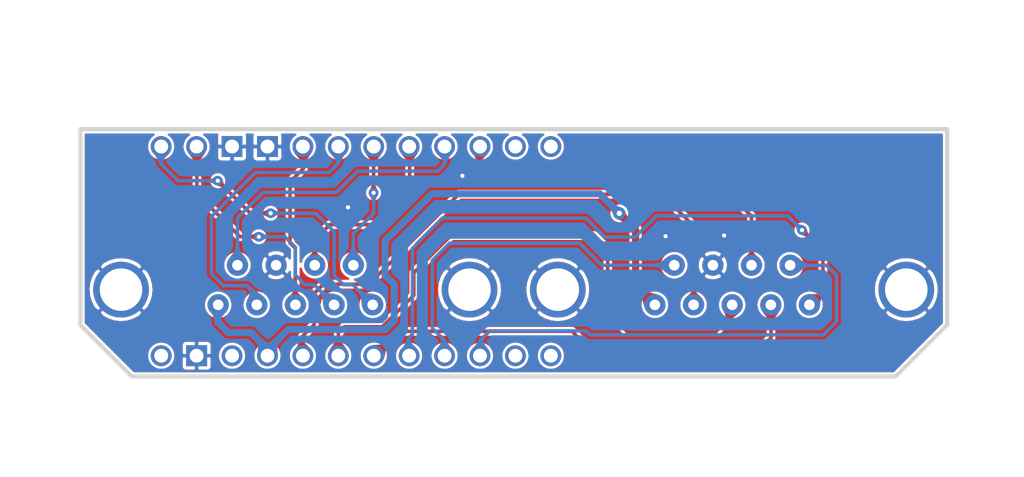
<source format=kicad_pcb>
(kicad_pcb (version 20171130) (host pcbnew "(5.1.10-1-10_14)")
  (title_block (rev 1))
  (layers (0 Front signal) (31 Back signal) (34 B.Paste user) (35 F.Paste user) (36 B.SilkS user) (37 F.SilkS user) (38 B.Mask user) (39 F.Mask user) (44 Edge.Cuts user))
  (net 0 "")
  (net 1 +5V)
  (net 2 GND)
  (net 3 /P1-9)
  (net 4 /P1-7)
  (net 5 /P1-6)
  (net 6 /P1-4)
  (net 7 /P1-3)
  (net 8 /P1-2)
  (net 9 /P1-1)
  (net 10 /P2-9)
  (net 11 /P2-7)
  (net 12 /P2-6)
  (net 13 /P2-4)
  (net 14 /P2-3)
  (net 15 /P2-2)
  (net 16 /P2-1)
  (module DaemonBite_MD2:PCB_Outline (layer Front) (at 135.71 97.2)
    (fp_text reference G*** hide)
    (fp_text value LOGO hide)
  )
  (module DaemonBite_MD2:RD_logo (layer Back) (at 161.62 93.55 180)
    (fp_text reference G*** hide)
    (fp_text value LOGO hide)
  )
  (module DaemonBite_MD2:DR9_Male_PCB (layer Front) (at 156.915 101.26 180)
    (fp_text reference P1)
    (fp_text value DR9)
    (pad SH2 thru_hole circle (at 18.035 1.42 180) (size 4 4) (drill 3.05) (layers *.Cu *.Mask) (net 2 GND))
    (pad SH1 thru_hole circle (at -6.955 1.42 180) (size 4 4) (drill 3.05) (layers *.Cu *.Mask) (net 2 GND))
    (pad 9 thru_hole circle (at 9.685 3.17 180) (size 1.524 1.524) (drill 0.762) (layers *.Cu *.Mask) (net 3 /P1-9))
    (pad 8 thru_hole circle (at 6.915 3.17 180) (size 1.524 1.524) (drill 0.762) (layers *.Cu *.Mask) (net 2 GND))
    (pad 7 thru_hole circle (at 4.145 3.17 180) (size 1.524 1.524) (drill 0.762) (layers *.Cu *.Mask) (net 4 /P1-7))
    (pad 6 thru_hole circle (at 1.375 3.17 180) (size 1.524 1.524) (drill 0.762) (layers *.Cu *.Mask) (net 5 /P1-6))
    (pad 5 thru_hole circle (at 11.07 0.33 180) (size 1.524 1.524) (drill 0.762) (layers *.Cu *.Mask) (net 1 +5V))
    (pad 4 thru_hole circle (at 8.3 0.33 180) (size 1.524 1.524) (drill 0.762) (layers *.Cu *.Mask) (net 6 /P1-4))
    (pad 3 thru_hole circle (at 5.53 0.33 180) (size 1.524 1.524) (drill 0.762) (layers *.Cu *.Mask) (net 7 /P1-3))
    (pad 2 thru_hole circle (at 2.76 0.33 180) (size 1.524 1.524) (drill 0.762) (layers *.Cu *.Mask) (net 8 /P1-2))
    (pad 1 thru_hole circle (at -0.01 0.33 180) (size 1.524 1.524) (drill 0.762) (layers *.Cu *.Mask) (net 9 /P1-1))
  )
  (module DaemonBite_MD2:DR9_Male_PCB (layer Front) (at 125.595 101.26 180)
    (fp_text reference P2)
    (fp_text value DR9)
    (pad SH2 thru_hole circle (at 18.035 1.42 180) (size 4 4) (drill 3.05) (layers *.Cu *.Mask) (net 2 GND))
    (pad SH1 thru_hole circle (at -6.955 1.42 180) (size 4 4) (drill 3.05) (layers *.Cu *.Mask) (net 2 GND))
    (pad 9 thru_hole circle (at 9.685 3.17 180) (size 1.524 1.524) (drill 0.762) (layers *.Cu *.Mask) (net 10 /P2-9))
    (pad 8 thru_hole circle (at 6.915 3.17 180) (size 1.524 1.524) (drill 0.762) (layers *.Cu *.Mask) (net 2 GND))
    (pad 7 thru_hole circle (at 4.145 3.17 180) (size 1.524 1.524) (drill 0.762) (layers *.Cu *.Mask) (net 11 /P2-7))
    (pad 6 thru_hole circle (at 1.375 3.17 180) (size 1.524 1.524) (drill 0.762) (layers *.Cu *.Mask) (net 12 /P2-6))
    (pad 5 thru_hole circle (at 11.07 0.33 180) (size 1.524 1.524) (drill 0.762) (layers *.Cu *.Mask) (net 1 +5V))
    (pad 4 thru_hole circle (at 8.3 0.33 180) (size 1.524 1.524) (drill 0.762) (layers *.Cu *.Mask) (net 13 /P2-4))
    (pad 3 thru_hole circle (at 5.53 0.33 180) (size 1.524 1.524) (drill 0.762) (layers *.Cu *.Mask) (net 14 /P2-3))
    (pad 2 thru_hole circle (at 2.76 0.33 180) (size 1.524 1.524) (drill 0.762) (layers *.Cu *.Mask) (net 15 /P2-2))
    (pad 1 thru_hole circle (at -0.01 0.33 180) (size 1.524 1.524) (drill 0.762) (layers *.Cu *.Mask) (net 16 /P2-1))
  )
  (module DaemonBite_MD2:Pro_Micro (layer Back) (at 135.7 97.08)
    (fp_text reference U1)
    (fp_text value Pro_Micro)
    (pad 9 thru_hole circle (at 2.68 -7.5) (size 1.5 1.5) (drill 1) (layers *.Cu *.Mask))
    (pad 8 thru_hole circle (at 0.14 -7.5) (size 1.5 1.5) (drill 1) (layers *.Cu *.Mask))
    (pad 7 thru_hole circle (at -2.4 -7.5) (size 1.5 1.5) (drill 1) (layers *.Cu *.Mask) (net 4 /P1-7))
    (pad 6 thru_hole circle (at -4.94 -7.5) (size 1.5 1.5) (drill 1) (layers *.Cu *.Mask) (net 10 /P2-9))
    (pad 5 thru_hole circle (at -7.48 -7.5) (size 1.5 1.5) (drill 1) (layers *.Cu *.Mask) (net 11 /P2-7))
    (pad 4 thru_hole circle (at -10.02 -7.5) (size 1.5 1.5) (drill 1) (layers *.Cu *.Mask) (net 12 /P2-6))
    (pad 3 thru_hole circle (at -12.56 -7.5) (size 1.5 1.5) (drill 1) (layers *.Cu *.Mask) (net 13 /P2-4))
    (pad 2 thru_hole circle (at -15.1 -7.5) (size 1.5 1.5) (drill 1) (layers *.Cu *.Mask) (net 14 /P2-3))
    (pad GND thru_hole rect (at -17.64 -7.5) (size 1.5 1.5) (drill 1) (layers *.Cu *.Mask) (net 2 GND))
    (pad GND thru_hole rect (at -20.18 -7.5) (size 1.5 1.5) (drill 1) (layers *.Cu *.Mask) (net 2 GND))
    (pad RX1 thru_hole circle (at -22.72 -7.5) (size 1.5 1.5) (drill 1) (layers *.Cu *.Mask) (net 15 /P2-2))
    (pad TX0 thru_hole circle (at -25.26 -7.5) (size 1.5 1.5) (drill 1) (layers *.Cu *.Mask) (net 16 /P2-1))
    (pad 10 thru_hole circle (at 2.68 7.5) (size 1.5 1.5) (drill 1) (layers *.Cu *.Mask))
    (pad 16 thru_hole circle (at 0.14 7.5) (size 1.5 1.5) (drill 1) (layers *.Cu *.Mask))
    (pad 14 thru_hole circle (at -2.4 7.5) (size 1.5 1.5) (drill 1) (layers *.Cu *.Mask) (net 5 /P1-6))
    (pad 15 thru_hole circle (at -4.94 7.5) (size 1.5 1.5) (drill 1) (layers *.Cu *.Mask) (net 3 /P1-9))
    (pad A0 thru_hole circle (at -7.48 7.5) (size 1.5 1.5) (drill 1) (layers *.Cu *.Mask) (net 9 /P1-1))
    (pad A1 thru_hole circle (at -10.02 7.5) (size 1.5 1.5) (drill 1) (layers *.Cu *.Mask) (net 8 /P1-2))
    (pad A2 thru_hole circle (at -12.56 7.5) (size 1.5 1.5) (drill 1) (layers *.Cu *.Mask) (net 7 /P1-3))
    (pad A3 thru_hole circle (at -15.1 7.5) (size 1.5 1.5) (drill 1) (layers *.Cu *.Mask) (net 6 /P1-4))
    (pad VCC thru_hole circle (at -17.64 7.5) (size 1.5 1.5) (drill 1) (layers *.Cu *.Mask) (net 1 +5V))
    (pad RST thru_hole circle (at -20.18 7.5) (size 1.5 1.5) (drill 1) (layers *.Cu *.Mask))
    (pad GND thru_hole rect (at -22.72 7.5) (size 1.5 1.5) (drill 1) (layers *.Cu *.Mask) (net 2 GND))
    (pad RAW thru_hole circle (at -25.26 7.5) (size 1.5 1.5) (drill 1) (layers *.Cu *.Mask))
  )
  (gr_line (start 104.65 102.38) (end 104.65 88.33) (layer Edge.Cuts) (width 0.3))
  (gr_line (start 108.34 106.07) (end 104.65 102.38) (layer Edge.Cuts) (width 0.3))
  (gr_line (start 163.11 106.07) (end 108.34 106.07) (layer Edge.Cuts) (width 0.3))
  (gr_line (start 166.8 102.38) (end 163.11 106.07) (layer Edge.Cuts) (width 0.3))
  (gr_line (start 166.8 88.33) (end 166.8 102.38) (layer Edge.Cuts) (width 0.3))
  (gr_line (start 104.65 88.33) (end 166.8 88.33) (layer Edge.Cuts) (width 0.3))
  (segment (start 114.5 102.17) (end 114.5 101.25) (width 0.508) (layer Back) (net 1))
  (segment (start 115.25 102.92) (end 114.5 102.17) (width 0.508) (layer Back) (net 1))
  (segment (start 116.88 102.92) (end 115.25 102.92) (width 0.508) (layer Back) (net 1))
  (segment (start 118.1 104.14) (end 116.88 102.92) (width 0.508) (layer Back) (net 1))
  (segment (start 118.1 104.97) (end 118.1 104.14) (width 0.508) (layer Back) (net 1))
  (via (at 143.289998 94.37) (size 0.889) (drill 0.381) (layers Front Back) (net 1))
  (segment (start 143.29 94.37) (end 143.289998 94.37) (width 0.508) (layer Front) (net 1))
  (segment (start 144.46 99.55) (end 144.46 95.54) (width 0.508) (layer Front) (net 1))
  (segment (start 144.46 95.54) (end 143.29 94.37) (width 0.508) (layer Front) (net 1))
  (segment (start 145.84 100.93) (end 144.46 99.55) (width 0.508) (layer Front) (net 1))
  (segment (start 141.889998 92.97) (end 143.289998 94.37) (width 0.508) (layer Back) (net 1))
  (segment (start 129.85 92.97) (end 141.889998 92.97) (width 0.508) (layer Back) (net 1))
  (segment (start 126.49 98.8) (end 126.49 96.33) (width 0.508) (layer Back) (net 1))
  (segment (start 127.15 99.46) (end 126.49 98.8) (width 0.508) (layer Back) (net 1))
  (segment (start 127.15 102.05) (end 127.15 99.46) (width 0.508) (layer Back) (net 1))
  (segment (start 126.49 96.33) (end 129.85 92.97) (width 0.508) (layer Back) (net 1))
  (segment (start 119.55 102.69) (end 126.51 102.69) (width 0.508) (layer Back) (net 1))
  (segment (start 126.51 102.69) (end 127.15 102.05) (width 0.508) (layer Back) (net 1))
  (segment (start 118.1 104.14) (end 119.55 102.69) (width 0.508) (layer Back) (net 1))
  (via (at 150.81 95.96) (size 0.7) (drill 0.3) (layers Front Back) (net 2))
  (via (at 146.61 96.01) (size 0.7) (drill 0.3) (layers Front Back) (net 2))
  (via (at 132.04 91.68) (size 0.7) (drill 0.3) (layers Front Back) (net 2))
  (via (at 123.83 93.94) (size 0.7) (drill 0.3) (layers Front Back) (net 2))
  (segment (start 140.45 96.51) (end 142.03 98.09) (width 0.25) (layer Back) (net 3))
  (segment (start 131.12 96.51) (end 140.45 96.51) (width 0.25) (layer Back) (net 3))
  (segment (start 130.76 104.58) (end 130.76 103.48) (width 0.25) (layer Back) (net 3))
  (segment (start 129.88 97.75) (end 131.12 96.51) (width 0.25) (layer Back) (net 3))
  (segment (start 142.03 98.09) (end 147.24 98.09) (width 0.25) (layer Back) (net 3))
  (segment (start 130.76 103.48) (end 129.88 102.6) (width 0.25) (layer Back) (net 3))
  (segment (start 129.88 102.6) (end 129.88 97.75) (width 0.25) (layer Back) (net 3))
  (segment (start 149.57 91.37) (end 152.77 94.57) (width 0.25) (layer Front) (net 4))
  (segment (start 133.8 91.37) (end 149.57 91.37) (width 0.25) (layer Front) (net 4))
  (segment (start 152.77 98.44) (end 152.76 98.45) (width 0.25) (layer Front) (net 4))
  (segment (start 152.77 94.57) (end 152.77 98.44) (width 0.25) (layer Front) (net 4))
  (segment (start 133.32 90.89) (end 133.8 91.37) (width 0.25) (layer Front) (net 4))
  (segment (start 133.32 89.61) (end 133.32 90.89) (width 0.25) (layer Front) (net 4))
  (segment (start 133.33 89.6) (end 133.32 89.61) (width 0.25) (layer Front) (net 4))
  (segment (start 158.87 98.82) (end 158.15 98.1) (width 0.25) (layer Back) (net 5))
  (segment (start 158.15 98.1) (end 155.53 98.1) (width 0.25) (layer Back) (net 5))
  (segment (start 158.87 102.13) (end 158.87 98.82) (width 0.25) (layer Back) (net 5))
  (segment (start 157.92 103.08) (end 158.87 102.13) (width 0.25) (layer Back) (net 5))
  (segment (start 140.9 102.8) (end 141.18 103.08) (width 0.25) (layer Back) (net 5))
  (segment (start 141.18 103.08) (end 157.92 103.08) (width 0.25) (layer Back) (net 5))
  (segment (start 133.3 103.5) (end 134 102.8) (width 0.25) (layer Back) (net 5))
  (segment (start 134 102.8) (end 140.9 102.8) (width 0.25) (layer Back) (net 5))
  (segment (start 133.3 104.58) (end 133.3 103.5) (width 0.25) (layer Back) (net 5))
  (segment (start 120.6 103.16) (end 120.6 104.5) (width 0.25) (layer Front) (net 6))
  (segment (start 121.41 100.11) (end 121.41 102.35) (width 0.25) (layer Front) (net 6))
  (segment (start 146.34 93) (end 131.78 93) (width 0.25) (layer Front) (net 6))
  (segment (start 121.41 102.35) (end 120.6 103.16) (width 0.25) (layer Front) (net 6))
  (segment (start 148.63 95.29) (end 146.34 93) (width 0.25) (layer Front) (net 6))
  (segment (start 148.63 101.23) (end 148.63 95.29) (width 0.25) (layer Front) (net 6))
  (segment (start 125.33 99.45) (end 122.07 99.45) (width 0.25) (layer Front) (net 6))
  (segment (start 131.78 93) (end 125.33 99.45) (width 0.25) (layer Front) (net 6))
  (segment (start 122.07 99.45) (end 121.41 100.11) (width 0.25) (layer Front) (net 6))
  (segment (start 148.6 101.26) (end 148.63 101.23) (width 0.25) (layer Front) (net 6))
  (segment (start 123.14 102.95) (end 123.14 104.5) (width 0.25) (layer Front) (net 7))
  (segment (start 123.59 102.5) (end 123.14 102.95) (width 0.25) (layer Front) (net 7))
  (segment (start 126.3 102.5) (end 123.59 102.5) (width 0.25) (layer Front) (net 7))
  (segment (start 142.46 101.46) (end 142.46 96.94) (width 0.25) (layer Front) (net 7))
  (segment (start 128.56 98.62) (end 128.56 100.24) (width 0.25) (layer Front) (net 7))
  (segment (start 142.46 96.94) (end 141.48 95.96) (width 0.25) (layer Front) (net 7))
  (segment (start 128.56 100.24) (end 126.3 102.5) (width 0.25) (layer Front) (net 7))
  (segment (start 141.48 95.96) (end 131.22 95.96) (width 0.25) (layer Front) (net 7))
  (segment (start 143.88 102.88) (end 142.46 101.46) (width 0.25) (layer Front) (net 7))
  (segment (start 131.22 95.96) (end 128.56 98.62) (width 0.25) (layer Front) (net 7))
  (segment (start 150.19 102.88) (end 143.88 102.88) (width 0.25) (layer Front) (net 7))
  (segment (start 151.4 101.67) (end 150.19 102.88) (width 0.25) (layer Front) (net 7))
  (segment (start 151.4 101.27) (end 151.4 101.67) (width 0.25) (layer Front) (net 7))
  (segment (start 151.41 101.26) (end 151.4 101.27) (width 0.25) (layer Front) (net 7))
  (segment (start 125.78 104.57) (end 125.69 104.57) (width 0.25) (layer Front) (net 8))
  (segment (start 139.9 102.83) (end 127.52 102.83) (width 0.25) (layer Front) (net 8))
  (segment (start 141.63 104.56) (end 139.9 102.83) (width 0.25) (layer Front) (net 8))
  (segment (start 152.9 104.56) (end 141.63 104.56) (width 0.25) (layer Front) (net 8))
  (segment (start 127.52 102.83) (end 125.78 104.57) (width 0.25) (layer Front) (net 8))
  (segment (start 154.17 103.29) (end 152.9 104.56) (width 0.25) (layer Front) (net 8))
  (segment (start 154.17 101.27) (end 154.17 103.29) (width 0.25) (layer Front) (net 8))
  (segment (start 154.14 101.24) (end 154.17 101.27) (width 0.25) (layer Front) (net 8))
  (via (at 156.39 95.57) (size 0.7) (drill 0.3) (layers Front Back) (net 9))
  (segment (start 157.89 97.07) (end 156.39 95.57) (width 0.25) (layer Front) (net 9))
  (segment (start 157.89 99.97) (end 157.89 97.07) (width 0.25) (layer Front) (net 9))
  (segment (start 156.92 100.94) (end 157.89 99.97) (width 0.25) (layer Front) (net 9))
  (segment (start 128.73 96.58) (end 128.73 96.62) (width 0.25) (layer Back) (net 9))
  (segment (start 130.6 94.71) (end 128.73 96.58) (width 0.25) (layer Back) (net 9))
  (segment (start 140.89 94.71) (end 130.6 94.71) (width 0.25) (layer Back) (net 9))
  (segment (start 142.25 96.07) (end 140.89 94.71) (width 0.25) (layer Back) (net 9))
  (segment (start 128.73 96.62) (end 128.45 96.9) (width 0.25) (layer Back) (net 9))
  (segment (start 144.43 96.07) (end 142.25 96.07) (width 0.25) (layer Back) (net 9))
  (segment (start 145.95 94.55) (end 144.43 96.07) (width 0.25) (layer Back) (net 9))
  (segment (start 155.37 94.55) (end 145.95 94.55) (width 0.25) (layer Back) (net 9))
  (segment (start 156.39 95.57) (end 155.37 94.55) (width 0.25) (layer Back) (net 9))
  (segment (start 128.45 96.9) (end 128.45 103.04) (width 0.25) (layer Back) (net 9))
  (segment (start 128.45 103.04) (end 128.22 103.27) (width 0.25) (layer Back) (net 9))
  (segment (start 128.22 103.27) (end 128.22 104.58) (width 0.25) (layer Back) (net 9))
  (segment (start 130.74 90.87) (end 130.74 89.59) (width 0.25) (layer Back) (net 10))
  (segment (start 130.27 91.34) (end 130.74 90.87) (width 0.25) (layer Back) (net 10))
  (segment (start 124.53 91.34) (end 130.27 91.34) (width 0.25) (layer Back) (net 10))
  (segment (start 115.91 94.7) (end 117.75 92.86) (width 0.25) (layer Back) (net 10))
  (segment (start 123.01 92.86) (end 124.53 91.34) (width 0.25) (layer Back) (net 10))
  (segment (start 117.75 92.86) (end 123.01 92.86) (width 0.25) (layer Back) (net 10))
  (segment (start 115.91 98.09) (end 115.91 94.7) (width 0.25) (layer Back) (net 10))
  (segment (start 128.26 91.26) (end 128.26 89.61) (width 0.25) (layer Front) (net 11))
  (segment (start 122.53 95.18) (end 126.18 95.18) (width 0.25) (layer Front) (net 11))
  (segment (start 121.44 96.27) (end 122.53 95.18) (width 0.25) (layer Front) (net 11))
  (segment (start 128.26 93.1) (end 128.26 91.26) (width 0.25) (layer Front) (net 11))
  (segment (start 126.18 95.18) (end 128.26 93.1) (width 0.25) (layer Front) (net 11))
  (segment (start 121.44 98.42) (end 121.44 96.27) (width 0.25) (layer Front) (net 11))
  (via (at 125.670002 92.9) (size 0.7) (drill 0.3) (layers Front Back) (net 12))
  (segment (start 125.67 89.59) (end 125.67 92.899998) (width 0.25) (layer Front) (net 12))
  (segment (start 125.67 92.899998) (end 125.670002 92.9) (width 0.25) (layer Front) (net 12))
  (segment (start 125.670002 93.394974) (end 125.670002 92.9) (width 0.25) (layer Back) (net 12))
  (segment (start 125.670002 94.369998) (end 125.670002 93.394974) (width 0.25) (layer Back) (net 12))
  (segment (start 124.21 95.83) (end 125.670002 94.369998) (width 0.25) (layer Back) (net 12))
  (segment (start 124.21 98.08) (end 124.21 95.83) (width 0.25) (layer Back) (net 12))
  (segment (start 122.47 91.44) (end 123.12 90.79) (width 0.25) (layer Back) (net 13))
  (segment (start 117.2 91.44) (end 122.47 91.44) (width 0.25) (layer Back) (net 13))
  (segment (start 114.03 94.61) (end 117.2 91.44) (width 0.25) (layer Back) (net 13))
  (segment (start 117.295 100.255) (end 116.59 99.55) (width 0.25) (layer Back) (net 13))
  (segment (start 114.03 98.69) (end 114.03 94.61) (width 0.25) (layer Back) (net 13))
  (segment (start 123.12 90.79) (end 123.12 89.59) (width 0.25) (layer Back) (net 13))
  (segment (start 117.295 100.93) (end 117.295 100.255) (width 0.25) (layer Back) (net 13))
  (segment (start 114.89 99.55) (end 114.03 98.69) (width 0.25) (layer Back) (net 13))
  (segment (start 116.59 99.55) (end 114.89 99.55) (width 0.25) (layer Back) (net 13))
  (segment (start 119.68 96.5) (end 119.68 92.11) (width 0.25) (layer Front) (net 14))
  (segment (start 120.05 96.87) (end 119.68 96.5) (width 0.25) (layer Front) (net 14))
  (segment (start 120.05 101.255) (end 120.05 96.87) (width 0.25) (layer Front) (net 14))
  (segment (start 119.68 92.11) (end 120.64 91.15) (width 0.25) (layer Front) (net 14))
  (segment (start 120.64 91.15) (end 120.64 90.78) (width 0.25) (layer Front) (net 14))
  (segment (start 120.055 101.26) (end 120.05 101.255) (width 0.25) (layer Front) (net 14))
  (segment (start 120.64 90.78) (end 120.64 89.64) (width 0.25) (layer Front) (net 14))
  (via (at 117.44 96.05) (size 0.7) (drill 0.3) (layers Front Back) (net 15))
  (segment (start 116.08 96.04) (end 117.43 96.04) (width 0.25) (layer Front) (net 15))
  (segment (start 113 92.96) (end 116.08 96.04) (width 0.25) (layer Front) (net 15))
  (segment (start 117.43 96.04) (end 117.44 96.05) (width 0.25) (layer Front) (net 15))
  (segment (start 113 89.64) (end 113 92.96) (width 0.25) (layer Front) (net 15))
  (segment (start 119.31 96.05) (end 117.44 96.05) (width 0.25) (layer Back) (net 15))
  (segment (start 120.06 98.79) (end 120.06 96.8) (width 0.25) (layer Back) (net 15))
  (segment (start 120.06 96.8) (end 119.31 96.05) (width 0.25) (layer Back) (net 15))
  (segment (start 120.75 99.48) (end 120.06 98.79) (width 0.25) (layer Back) (net 15))
  (segment (start 121.4 99.48) (end 120.75 99.48) (width 0.25) (layer Back) (net 15))
  (segment (start 122.83 100.91) (end 121.4 99.48) (width 0.25) (layer Back) (net 15))
  (segment (start 122.83 100.93) (end 122.83 100.91) (width 0.25) (layer Back) (net 15))
  (via (at 114.5 92.03) (size 0.7) (drill 0.3) (layers Front Back) (net 16))
  (via (at 118.29 94.36) (size 0.7) (drill 0.3) (layers Front Back) (net 16))
  (segment (start 114.5 92.03) (end 116.83 94.36) (width 0.25) (layer Front) (net 16))
  (segment (start 116.83 94.36) (end 118.29 94.36) (width 0.25) (layer Front) (net 16))
  (segment (start 121.51 94.36) (end 118.29 94.36) (width 0.25) (layer Back) (net 16))
  (segment (start 122.84 98.81) (end 122.84 95.69) (width 0.25) (layer Back) (net 16))
  (segment (start 123.52 99.49) (end 122.84 98.81) (width 0.25) (layer Back) (net 16))
  (segment (start 124.18 99.49) (end 123.52 99.49) (width 0.25) (layer Back) (net 16))
  (segment (start 125.605 100.915) (end 124.18 99.49) (width 0.25) (layer Back) (net 16))
  (segment (start 122.84 95.69) (end 121.51 94.36) (width 0.25) (layer Back) (net 16))
  (segment (start 125.605 100.93) (end 125.605 100.915) (width 0.25) (layer Back) (net 16))
  (segment (start 110.46 90.86) (end 111.63 92.03) (width 0.25) (layer Back) (net 16))
  (segment (start 111.63 92.03) (end 114.5 92.03) (width 0.25) (layer Back) (net 16))
  (segment (start 110.46 89.64) (end 110.46 90.86) (width 0.25) (layer Back) (net 16))
  (zone (net 2) (net_name GND) (layer Front) (connect_pads (clearance 0.16)) (min_thickness 0.16) (fill yes (arc_segments 32) (thermal_gap 0.25) (thermal_bridge_width 0.25))
    (polygon (pts (xy 172.33 113.26) (xy 101.72 113.26) (xy 101.72 81.97) (xy 172.33 81.97)))
  )
  (zone (net 2) (net_name GND) (layer Back) (connect_pads (clearance 0.16)) (min_thickness 0.16) (fill yes (arc_segments 32) (thermal_gap 0.25) (thermal_bridge_width 0.25))
    (polygon (pts (xy 169.37 109.69) (xy 98.88 109.69) (xy 98.88 79.07) (xy 169.37 79.07)))
  )
  (zone (net 1) (net_name +5V) (layer Back) (priority 16962) (connect_pads yes (clearance 0.19)) (min_thickness 0.0254) (fill yes (arc_segments 32) (thermal_gap 0.508) (thermal_bridge_width 0.508))
    (polygon (pts (xy 114.88608 102.19687) (xy 114.806804 102.098212) (xy 114.769374 102.0058) (xy 114.767317 101.917907) (xy 114.79416 101.832807) (xy 114.84343 101.748775) (xy 114.908655 101.664084) (xy 114.983364 101.57701) (xy 115.061082 101.485826) (xy 115.135338 101.388807) (xy 115.19966 101.284227) (xy 114.537363 100.549201) (xy 113.986185 101.468815) (xy 114.078407 101.576341) (xy 114.14133 101.680804) (xy 114.18276 101.783452) (xy 114.210507 101.885533) (xy 114.232378 101.988298) (xy 114.256181 102.092995) (xy 114.289723 102.200872) (xy 114.340814 102.313179) (xy 114.41726 102.431165) (xy 114.52687 102.55608)))
  )
  (zone (net 1) (net_name +5V) (layer Back) (priority 16962) (connect_pads yes (clearance 0.19)) (min_thickness 0.0254) (fill yes (arc_segments 32) (thermal_gap 0.508) (thermal_bridge_width 0.508))
    (polygon (pts (xy 117.114294 103.513505) (xy 117.206349 103.614254) (xy 117.274815 103.708337) (xy 117.322551 103.797917) (xy 117.35242 103.885158) (xy 117.367281 103.972225) (xy 117.369996 104.06128) (xy 117.363425 104.154489) (xy 117.350429 104.254015) (xy 117.333869 104.362022) (xy 117.316607 104.480674) (xy 118.177322 104.936174) (xy 118.59033 104.04967) (xy 118.468339 103.93388) (xy 118.357812 103.840183) (xy 118.255309 103.762482) (xy 118.157389 103.69468) (xy 118.060614 103.630679) (xy 117.961543 103.564382) (xy 117.856736 103.489692) (xy 117.742754 103.400512) (xy 117.616157 103.290745) (xy 117.473505 103.154294)))
  )
  (zone (net 1) (net_name +5V) (layer Front) (priority 16962) (connect_pads yes (clearance 0.19)) (min_thickness 0.0254) (fill yes (arc_segments 32) (thermal_gap 0.508) (thermal_bridge_width 0.508))
    (polygon (pts (xy 144.09504 94.815829) (xy 144.025997 94.745507) (xy 143.967657 94.682981) (xy 143.918551 94.626258) (xy 143.877209 94.573342) (xy 143.84216 94.52224) (xy 143.811935 94.470956) (xy 143.785065 94.417497) (xy 143.760078 94.359869) (xy 143.735506 94.296076) (xy 143.709879 94.224125) (xy 143.132844 94.212847) (xy 143.144126 94.789882) (xy 143.216077 94.815509) (xy 143.279869 94.84008) (xy 143.337498 94.865066) (xy 143.390957 94.891937) (xy 143.442241 94.922161) (xy 143.493343 94.957209) (xy 143.546259 94.998552) (xy 143.602982 95.047657) (xy 143.665507 95.105997) (xy 143.735829 95.17504)))
  )
  (zone (net 1) (net_name +5V) (layer Front) (priority 16962) (connect_pads yes (clearance 0.19)) (min_thickness 0.0254) (fill yes (arc_segments 32) (thermal_gap 0.508) (thermal_bridge_width 0.508))
    (polygon (pts (xy 144.584179 100.033389) (xy 144.70374 100.161061) (xy 144.795929 100.276681) (xy 144.865565 100.383712) (xy 144.917468 100.485617) (xy 144.956456 100.585862) (xy 144.98735 100.687908) (xy 145.014969 100.795222) (xy 145.044132 100.911265) (xy 145.079658 101.039503) (xy 145.126368 101.183399) (xy 146.115652 101.198157) (xy 146.091734 100.209052) (xy 145.947892 100.163806) (xy 145.819698 100.129479) (xy 145.703702 100.101289) (xy 145.596452 100.074456) (xy 145.494497 100.044197) (xy 145.394388 100.005732) (xy 145.292673 99.954279) (xy 145.185902 99.885056) (xy 145.070624 99.793283) (xy 144.943389 99.674179)))
  )
  (zone (net 1) (net_name +5V) (layer Back) (priority 16962) (connect_pads yes (clearance 0.19)) (min_thickness 0.0254) (fill yes (arc_segments 32) (thermal_gap 0.508) (thermal_bridge_width 0.508))
    (polygon (pts (xy 142.484958 93.924171) (xy 142.554 93.994492) (xy 142.612339 94.057017) (xy 142.661445 94.11374) (xy 142.702787 94.166656) (xy 142.737836 94.217758) (xy 142.76806 94.269041) (xy 142.79493 94.3225) (xy 142.819916 94.380129) (xy 142.844488 94.443921) (xy 142.870116 94.515873) (xy 143.447152 94.527154) (xy 143.435871 93.950118) (xy 143.363919 93.92449) (xy 143.300127 93.899918) (xy 143.242498 93.874932) (xy 143.189039 93.848062) (xy 143.137756 93.817838) (xy 143.086654 93.782789) (xy 143.033738 93.741447) (xy 142.977015 93.692341) (xy 142.91449 93.634002) (xy 142.844169 93.56496)))
  )
  (zone (net 1) (net_name +5V) (layer Back) (priority 16962) (connect_pads yes (clearance 0.19)) (min_thickness 0.0254) (fill yes (arc_segments 32) (thermal_gap 0.508) (thermal_bridge_width 0.508))
    (polygon (pts (xy 118.705282 103.175507) (xy 118.564002 103.309941) (xy 118.438073 103.417047) (xy 118.324021 103.50287) (xy 118.218368 103.573454) (xy 118.11764 103.634845) (xy 118.01836 103.693088) (xy 117.917054 103.754229) (xy 117.810244 103.824312) (xy 117.694456 103.909383) (xy 117.566214 104.015487) (xy 117.913588 104.925236) (xy 118.809065 104.542573) (xy 118.800941 104.417187) (xy 118.791884 104.303815) (xy 118.785051 104.200002) (xy 118.783595 104.103292) (xy 118.790673 104.01123) (xy 118.809439 103.921362) (xy 118.843048 103.831231) (xy 118.894657 103.738384) (xy 118.96742 103.640364) (xy 119.064493 103.534718)))
  )
  (zone (net 3) (net_name /P1-9) (layer Back) (priority 16962) (connect_pads yes (clearance 0.19)) (min_thickness 0.0254) (fill yes (arc_segments 32) (thermal_gap 0.508) (thermal_bridge_width 0.508))
    (polygon (pts (xy 130.388769 103.285546) (xy 130.472639 103.388919) (xy 130.513527 103.485296) (xy 130.51803 103.57675) (xy 130.492746 103.665351) (xy 130.444272 103.753172) (xy 130.379208 103.842284) (xy 130.30415 103.93476) (xy 130.225698 104.03267) (xy 130.150448 104.138087) (xy 130.085 104.253083) (xy 130.76 104.955) (xy 131.29033 104.04967) (xy 131.191579 103.944868) (xy 131.113367 103.850231) (xy 131.05018 103.762839) (xy 130.996506 103.679773) (xy 130.946834 103.598115) (xy 130.895649 103.514945) (xy 130.83744 103.427344) (xy 130.766695 103.332394) (xy 130.677901 103.227175) (xy 130.565546 103.108769)))
  )
  (zone (net 3) (net_name /P1-9) (layer Back) (priority 16962) (connect_pads yes (clearance 0.19)) (min_thickness 0.0254) (fill yes (arc_segments 32) (thermal_gap 0.508) (thermal_bridge_width 0.508))
    (polygon (pts (xy 145.718 98.215) (xy 145.895783 98.223934) (xy 146.04184 98.24926) (xy 146.163083 98.288759) (xy 146.266428 98.340213) (xy 146.35879 98.401404) (xy 146.447082 98.470115) (xy 146.53822 98.544128) (xy 146.639118 98.621225) (xy 146.75669 98.699188) (xy 146.897852 98.7758) (xy 147.611 98.09) (xy 146.897852 97.4042) (xy 146.75669 97.480811) (xy 146.639118 97.558774) (xy 146.53822 97.635871) (xy 146.447082 97.709884) (xy 146.35879 97.778595) (xy 146.266428 97.839786) (xy 146.163083 97.89124) (xy 146.04184 97.930739) (xy 145.895783 97.956065) (xy 145.718 97.965)))
  )
  (zone (net 4) (net_name /P1-7) (layer Front) (priority 16962) (connect_pads yes (clearance 0.19)) (min_thickness 0.0254) (fill yes (arc_segments 32) (thermal_gap 0.508) (thermal_bridge_width 0.508))
    (polygon (pts (xy 152.645 96.918) (xy 152.634529 97.053413) (xy 152.605278 97.160832) (xy 152.560489 97.24647) (xy 152.503403 97.316537) (xy 152.437263 97.377246) (xy 152.365309 97.43481) (xy 152.290784 97.495441) (xy 152.21693 97.565349) (xy 152.146988 97.650749) (xy 152.0842 97.757852) (xy 152.77 98.471) (xy 153.4558 97.757852) (xy 153.393011 97.650749) (xy 153.323069 97.565349) (xy 153.249215 97.495441) (xy 153.17469 97.43481) (xy 153.102736 97.377246) (xy 153.036596 97.316537) (xy 152.97951 97.24647) (xy 152.934721 97.160832) (xy 152.90547 97.053413) (xy 152.895 96.918)))
  )
  (zone (net 4) (net_name /P1-7) (layer Front) (priority 16962) (connect_pads yes (clearance 0.19)) (min_thickness 0.0254) (fill yes (arc_segments 32) (thermal_gap 0.508) (thermal_bridge_width 0.508))
    (polygon (pts (xy 133.542738 90.935961) (xy 133.451912 90.821332) (xy 133.414569 90.716544) (xy 133.421894 90.618734) (xy 133.465072 90.525036) (xy 133.53529 90.432586) (xy 133.623733 90.33852) (xy 133.721587 90.239973) (xy 133.820038 90.134082) (xy 133.910271 90.017981) (xy 133.983474 89.888807) (xy 133.290004 89.205134) (xy 132.76967 90.11033) (xy 132.863413 90.215444) (xy 132.931444 90.31434) (xy 132.980563 90.408944) (xy 133.017568 90.501181) (xy 133.049258 90.592977) (xy 133.082433 90.686257) (xy 133.123892 90.782948) (xy 133.180434 90.884974) (xy 133.258857 90.994262) (xy 133.365961 91.112738)))
  )
  (zone (net 5) (net_name /P1-6) (layer Back) (priority 16962) (connect_pads yes (clearance 0.19)) (min_thickness 0.0254) (fill yes (arc_segments 32) (thermal_gap 0.508) (thermal_bridge_width 0.508))
    (polygon (pts (xy 157.052 97.975) (xy 156.875026 97.966065) (xy 156.729682 97.940716) (xy 156.609096 97.901132) (xy 156.506401 97.849496) (xy 156.414728 97.787987) (xy 156.327206 97.718787) (xy 156.236968 97.644076) (xy 156.137143 97.566036) (xy 156.020864 97.486847) (xy 155.881261 97.40869) (xy 155.159034 98.084921) (xy 155.862975 98.780167) (xy 156.005685 98.705128) (xy 156.124547 98.628414) (xy 156.22652 98.55228) (xy 156.318563 98.47898) (xy 156.407634 98.410771) (xy 156.500694 98.349907) (xy 156.604701 98.298642) (xy 156.726615 98.259233) (xy 156.873395 98.233934) (xy 157.052 98.225)))
  )
  (zone (net 5) (net_name /P1-6) (layer Back) (priority 16962) (connect_pads yes (clearance 0.19)) (min_thickness 0.0254) (fill yes (arc_segments 32) (thermal_gap 0.508) (thermal_bridge_width 0.508))
    (polygon (pts (xy 133.508596 103.114627) (xy 133.395528 103.233185) (xy 133.305543 103.338075) (xy 133.23325 103.432333) (xy 133.173256 103.518999) (xy 133.120172 103.601109) (xy 133.068603 103.681702) (xy 133.013161 103.763817) (xy 132.948452 103.850491) (xy 132.869085 103.944762) (xy 132.76967 104.04967) (xy 133.3 104.955) (xy 133.975 104.253083) (xy 133.910495 104.139097) (xy 133.836822 104.034432) (xy 133.760381 103.937077) (xy 133.687571 103.845022) (xy 133.624793 103.756256) (xy 133.578446 103.66877) (xy 133.554931 103.580552) (xy 133.560647 103.489591) (xy 133.601994 103.393879) (xy 133.685373 103.291404)))
  )
  (zone (net 6) (net_name /P1-4) (layer Front) (priority 16962) (connect_pads yes (clearance 0.19)) (min_thickness 0.0254) (fill yes (arc_segments 32) (thermal_gap 0.508) (thermal_bridge_width 0.508))
    (polygon (pts (xy 120.568181 103.015044) (xy 120.465201 103.133034) (xy 120.394717 103.244262) (xy 120.34897 103.350054) (xy 120.320202 103.451735) (xy 120.300653 103.550628) (xy 120.282566 103.64806) (xy 120.258183 103.745355) (xy 120.219744 103.843839) (xy 120.159493 103.944835) (xy 120.06967 104.04967) (xy 120.6 104.955) (xy 121.275 104.253083) (xy 121.193548 104.120539) (xy 121.092246 104.002586) (xy 120.980907 103.895953) (xy 120.869348 103.79737) (xy 120.767381 103.703568) (xy 120.684822 103.611277) (xy 120.631485 103.517226) (xy 120.617186 103.418146) (xy 120.651738 103.310767) (xy 120.744956 103.191819)))
  )
  (zone (net 6) (net_name /P1-4) (layer Front) (priority 16962) (connect_pads yes (clearance 0.19)) (min_thickness 0.0254) (fill yes (arc_segments 32) (thermal_gap 0.508) (thermal_bridge_width 0.508))
    (polygon (pts (xy 148.505 99.708) (xy 148.494911 99.847179) (xy 148.466621 99.958269) (xy 148.423091 100.047433) (xy 148.367281 100.12084) (xy 148.302153 100.184655) (xy 148.230668 100.245045) (xy 148.155788 100.308176) (xy 148.080474 100.380214) (xy 148.007688 100.467326) (xy 147.94039 100.575678) (xy 148.602583 101.310797) (xy 149.31126 100.62038) (xy 149.249241 100.504818) (xy 149.180016 100.411742) (xy 149.106821 100.334746) (xy 149.03289 100.267426) (xy 148.961457 100.203375) (xy 148.895759 100.136189) (xy 148.839029 100.059464) (xy 148.794502 99.966794) (xy 148.765414 99.851774) (xy 148.755 99.708)))
  )
  (zone (net 7) (net_name /P1-3) (layer Front) (priority 16962) (connect_pads yes (clearance 0.19)) (min_thickness 0.0254) (fill yes (arc_segments 32) (thermal_gap 0.508) (thermal_bridge_width 0.508))
    (polygon (pts (xy 123.015 103.08) (xy 123.006309 103.256411) (xy 122.981654 103.401504) (xy 122.943164 103.5221) (xy 122.892964 103.625015) (xy 122.833183 103.71707) (xy 122.765946 103.805082) (xy 122.693383 103.895871) (xy 122.617619 103.996255) (xy 122.540782 104.113052) (xy 122.465 104.253083) (xy 123.14 104.955) (xy 123.815 104.253083) (xy 123.739217 104.113052) (xy 123.66238 103.996255) (xy 123.586616 103.895871) (xy 123.514053 103.805082) (xy 123.446816 103.71707) (xy 123.387035 103.625015) (xy 123.336835 103.5221) (xy 123.298345 103.401504) (xy 123.27369 103.256411) (xy 123.265 103.08)))
  )
  (zone (net 7) (net_name /P1-3) (layer Front) (priority 16962) (connect_pads yes (clearance 0.19)) (min_thickness 0.0254) (fill yes (arc_segments 32) (thermal_gap 0.508) (thermal_bridge_width 0.508))
    (polygon (pts (xy 150.921289 102.325487) (xy 151.05157 102.199289) (xy 151.165179 102.096765) (xy 151.265864 102.012415) (xy 151.357377 101.940739) (xy 151.443466 101.876236) (xy 151.527882 101.813406) (xy 151.614375 101.74675) (xy 151.706695 101.670766) (xy 151.808591 101.579954) (xy 151.923815 101.468815) (xy 151.391586 100.549057) (xy 150.693561 101.250242) (xy 150.744032 101.354154) (xy 150.793332 101.451167) (xy 150.838117 101.542694) (xy 150.875047 101.630153) (xy 150.900779 101.714957) (xy 150.911972 101.798523) (xy 150.905283 101.882265) (xy 150.877372 101.967601) (xy 150.824895 102.055944) (xy 150.744513 102.148711)))
  )
  (zone (net 8) (net_name /P1-2) (layer Front) (priority 16962) (connect_pads yes (clearance 0.19)) (min_thickness 0.0254) (fill yes (arc_segments 32) (thermal_gap 0.508) (thermal_bridge_width 0.508))
    (polygon (pts (xy 126.695702 103.477521) (xy 126.56846 103.592452) (xy 126.451487 103.674299) (xy 126.341526 103.729022) (xy 126.235325 103.762581) (xy 126.129629 103.780935) (xy 126.021184 103.790044) (xy 125.906736 103.795867) (xy 125.78303 103.804364) (xy 125.646814 103.821494) (xy 125.494832 103.853218) (xy 125.393305 104.821724) (xy 126.365039 104.885321) (xy 126.424492 104.733528) (xy 126.464204 104.597001) (xy 126.490851 104.472405) (xy 126.511112 104.356408) (xy 126.531662 104.245674) (xy 126.55918 104.136871) (xy 126.600344 104.026666) (xy 126.661829 103.911724) (xy 126.750315 103.788712) (xy 126.872479 103.654298)))
  )
  (zone (net 8) (net_name /P1-2) (layer Front) (priority 16962) (connect_pads yes (clearance 0.19)) (min_thickness 0.0254) (fill yes (arc_segments 32) (thermal_gap 0.508) (thermal_bridge_width 0.508))
    (polygon (pts (xy 154.295 102.462) (xy 154.303833 102.280459) (xy 154.32886 102.131049) (xy 154.367875 102.006738) (xy 154.418668 101.900496) (xy 154.479032 101.805291) (xy 154.546759 101.714092) (xy 154.619641 101.619867) (xy 154.69547 101.515585) (xy 154.772038 101.394216) (xy 154.847139 101.248727) (xy 154.14758 100.549073) (xy 153.4758 101.275442) (xy 153.555553 101.416372) (xy 153.635841 101.533953) (xy 153.71456 101.635084) (xy 153.789608 101.726666) (xy 153.858881 101.815598) (xy 153.920275 101.908779) (xy 153.971687 102.013111) (xy 154.011014 102.135491) (xy 154.036153 102.282821) (xy 154.045 102.462)))
  )
  (zone (net 9) (net_name /P1-1) (layer Front) (priority 16962) (connect_pads yes (clearance 0.19)) (min_thickness 0.0254) (fill yes (arc_segments 32) (thermal_gap 0.508) (thermal_bridge_width 0.508))
    (polygon (pts (xy 156.966291 95.969515) (xy 156.912571 95.912277) (xy 156.870932 95.860455) (xy 156.839275 95.812501) (xy 156.815496 95.766867) (xy 156.797495 95.722006) (xy 156.783171 95.676372) (xy 156.770422 95.628415) (xy 156.757148 95.576589) (xy 156.741245 95.519346) (xy 156.720615 95.455139) (xy 156.266257 95.446257) (xy 156.275139 95.900615) (xy 156.339346 95.921245) (xy 156.396589 95.937148) (xy 156.448415 95.950422) (xy 156.496372 95.963171) (xy 156.542006 95.977495) (xy 156.586867 95.995496) (xy 156.632501 96.019275) (xy 156.680455 96.050932) (xy 156.732277 96.092571) (xy 156.789515 96.146291)))
  )
  (zone (net 9) (net_name /P1-1) (layer Front) (priority 16962) (connect_pads yes (clearance 0.19)) (min_thickness 0.0254) (fill yes (arc_segments 32) (thermal_gap 0.508) (thermal_bridge_width 0.508))
    (polygon (pts (xy 157.765 99.809788) (xy 157.747591 99.957172) (xy 157.698273 100.057749) (xy 157.621407 100.120116) (xy 157.521354 100.152872) (xy 157.402475 100.164614) (xy 157.269131 100.163939) (xy 157.125683 100.159446) (xy 156.976492 100.159731) (xy 156.825921 100.173394) (xy 156.678329 100.209031) (xy 156.654325 101.198133) (xy 157.687 100.93) (xy 157.696184 100.789536) (xy 157.721112 100.672223) (xy 157.757847 100.571749) (xy 157.802456 100.481803) (xy 157.851 100.396074) (xy 157.899544 100.30825) (xy 157.944152 100.212021) (xy 157.980888 100.101075) (xy 158.005816 99.969101) (xy 158.015 99.809788)))
  )
  (zone (net 9) (net_name /P1-1) (layer Back) (priority 16962) (connect_pads yes (clearance 0.19)) (min_thickness 0.0254) (fill yes (arc_segments 32) (thermal_gap 0.508) (thermal_bridge_width 0.508))
    (polygon (pts (xy 155.813709 95.170485) (xy 155.867428 95.227722) (xy 155.909067 95.279544) (xy 155.940724 95.327498) (xy 155.964503 95.373132) (xy 155.982504 95.417993) (xy 155.996828 95.463627) (xy 156.009577 95.511584) (xy 156.022851 95.56341) (xy 156.038754 95.620653) (xy 156.059385 95.684861) (xy 156.513743 95.693743) (xy 156.504861 95.239385) (xy 156.440653 95.218754) (xy 156.38341 95.202851) (xy 156.331584 95.189577) (xy 156.283627 95.176828) (xy 156.237993 95.162504) (xy 156.193132 95.144503) (xy 156.147498 95.120724) (xy 156.099544 95.089067) (xy 156.047722 95.047428) (xy 155.990485 94.993709)))
  )
  (zone (net 9) (net_name /P1-1) (layer Back) (priority 16962) (connect_pads yes (clearance 0.19)) (min_thickness 0.0254) (fill yes (arc_segments 32) (thermal_gap 0.508) (thermal_bridge_width 0.508))
    (polygon (pts (xy 128.265961 103.047262) (xy 128.160199 103.164954) (xy 128.083583 103.273955) (xy 128.029193 103.376071) (xy 127.990111 103.473104) (xy 127.959419 103.566861) (xy 127.930199 103.659147) (xy 127.895532 103.751766) (xy 127.8485 103.846522) (xy 127.782186 103.945222) (xy 127.68967 104.04967) (xy 128.22 104.955) (xy 128.895 104.253083) (xy 128.81922 104.126835) (xy 128.72703 104.013287) (xy 128.627129 103.909621) (xy 128.528218 103.813021) (xy 128.438997 103.720669) (xy 128.368165 103.629748) (xy 128.324424 103.537442) (xy 128.316472 103.440933) (xy 128.35301 103.337404) (xy 128.442738 103.224039)))
  )
  (zone (net 10) (net_name /P2-9) (layer Back) (priority 16962) (connect_pads yes (clearance 0.19)) (min_thickness 0.0254) (fill yes (arc_segments 32) (thermal_gap 0.508) (thermal_bridge_width 0.508))
    (polygon (pts (xy 130.679896 91.10688) (xy 130.787573 90.988391) (xy 130.867136 90.879483) (xy 130.925242 90.778132) (xy 130.968546 90.682316) (xy 131.003706 90.590011) (xy 131.037378 90.499194) (xy 131.07622 90.40784) (xy 131.126888 90.313927) (xy 131.196039 90.215431) (xy 131.29033 90.11033) (xy 130.769996 89.205134) (xy 130.076526 89.888807) (xy 130.148751 90.016865) (xy 130.237369 90.132172) (xy 130.333768 90.237516) (xy 130.429338 90.335685) (xy 130.515466 90.429465) (xy 130.583543 90.521644) (xy 130.624958 90.61501) (xy 130.6311 90.71235) (xy 130.593357 90.816452) (xy 130.50312 90.930104)))
  )
  (zone (net 10) (net_name /P2-9) (layer Back) (priority 16962) (connect_pads yes (clearance 0.19)) (min_thickness 0.0254) (fill yes (arc_segments 32) (thermal_gap 0.508) (thermal_bridge_width 0.508))
    (polygon (pts (xy 115.785 96.568) (xy 115.776112 96.747065) (xy 115.750906 96.894271) (xy 115.711568 97.016559) (xy 115.660286 97.12087) (xy 115.599245 97.214142) (xy 115.530633 97.303317) (xy 115.456635 97.395335) (xy 115.37944 97.497137) (xy 115.301232 97.615662) (xy 115.2242 97.757852) (xy 115.91 98.471) (xy 116.5958 97.757852) (xy 116.518767 97.615662) (xy 116.440559 97.497137) (xy 116.363364 97.395335) (xy 116.289366 97.303317) (xy 116.220754 97.214142) (xy 116.159713 97.12087) (xy 116.108431 97.016559) (xy 116.069093 96.894271) (xy 116.043887 96.747065) (xy 116.035 96.568)))
  )
  (zone (net 11) (net_name /P2-7) (layer Front) (priority 16962) (connect_pads yes (clearance 0.19)) (min_thickness 0.0254) (fill yes (arc_segments 32) (thermal_gap 0.508) (thermal_bridge_width 0.508))
    (polygon (pts (xy 128.385 91.08) (xy 128.39367 90.90031) (xy 128.418168 90.752313) (xy 128.456223 90.629019) (xy 128.505564 90.523438) (xy 128.56392 90.428581) (xy 128.629021 90.337457) (xy 128.698595 90.243077) (xy 128.770372 90.138451) (xy 128.842081 90.01659) (xy 128.911452 89.870504) (xy 128.200029 89.205533) (xy 127.563369 89.942402) (xy 127.64515 90.076245) (xy 127.72676 90.187931) (xy 127.806211 90.284097) (xy 127.881517 90.371375) (xy 127.95069 90.456403) (xy 128.011742 90.545814) (xy 128.062686 90.646244) (xy 128.101535 90.764329) (xy 128.126302 90.906702) (xy 128.135 91.08)))
  )
  (zone (net 11) (net_name /P2-7) (layer Front) (priority 16962) (connect_pads yes (clearance 0.19)) (min_thickness 0.0254) (fill yes (arc_segments 32) (thermal_gap 0.508) (thermal_bridge_width 0.508))
    (polygon (pts (xy 121.315 96.898) (xy 121.304487 97.037495) (xy 121.275142 97.148585) (xy 121.230248 97.237597) (xy 121.173093 97.310857) (xy 121.106961 97.374691) (xy 121.035139 97.435425) (xy 120.960913 97.499385) (xy 120.887567 97.572898) (xy 120.818389 97.66229) (xy 120.756664 97.773887) (xy 121.458858 98.470897) (xy 122.127892 97.741998) (xy 122.062572 97.635524) (xy 121.991036 97.550364) (xy 121.916368 97.480365) (xy 121.84165 97.419374) (xy 121.769966 97.361237) (xy 121.704402 97.299801) (xy 121.648039 97.228912) (xy 121.603962 97.142418) (xy 121.575254 97.034165) (xy 121.565 96.898)))
  )
  (zone (net 12) (net_name /P2-6) (layer Front) (priority 16962) (connect_pads yes (clearance 0.19)) (min_thickness 0.0254) (fill yes (arc_segments 32) (thermal_gap 0.508) (thermal_bridge_width 0.508))
    (polygon (pts (xy 125.545 92.209998) (xy 125.542512 92.288457) (xy 125.535311 92.354544) (xy 125.523788 92.410839) (xy 125.508334 92.459921) (xy 125.489342 92.504371) (xy 125.467202 92.546769) (xy 125.442306 92.589694) (xy 125.415047 92.635728) (xy 125.385814 92.68745) (xy 125.355002 92.747441) (xy 125.670003 93.074999) (xy 125.985001 92.747437) (xy 125.954187 92.687447) (xy 125.924954 92.635725) (xy 125.897694 92.589692) (xy 125.872798 92.546766) (xy 125.850658 92.504369) (xy 125.831665 92.459919) (xy 125.816211 92.410837) (xy 125.804688 92.354543) (xy 125.797487 92.288457) (xy 125.795 92.209998)))
  )
  (zone (net 12) (net_name /P2-6) (layer Front) (priority 16962) (connect_pads yes (clearance 0.19)) (min_thickness 0.0254) (fill yes (arc_segments 32) (thermal_gap 0.508) (thermal_bridge_width 0.508))
    (polygon (pts (xy 125.795 91.08) (xy 125.803693 90.904383) (xy 125.828379 90.759988) (xy 125.866965 90.640038) (xy 125.917361 90.537761) (xy 125.977473 90.446383) (xy 126.045211 90.35913) (xy 126.118482 90.269227) (xy 126.195195 90.169902) (xy 126.273259 90.05438) (xy 126.350581 89.915887) (xy 125.684999 89.205034) (xy 125.000702 89.897889) (xy 125.074919 90.039447) (xy 125.150507 90.157517) (xy 125.225303 90.258961) (xy 125.297143 90.350641) (xy 125.363865 90.43942) (xy 125.423306 90.532161) (xy 125.473302 90.635727) (xy 125.511692 90.75698) (xy 125.536312 90.902783) (xy 125.545 91.08)))
  )
  (zone (net 12) (net_name /P2-6) (layer Back) (priority 16962) (connect_pads yes (clearance 0.19)) (min_thickness 0.0254) (fill yes (arc_segments 32) (thermal_gap 0.508) (thermal_bridge_width 0.508))
    (polygon (pts (xy 125.795002 93.6) (xy 125.797442 93.520211) (xy 125.804523 93.452946) (xy 125.815885 93.395597) (xy 125.831167 93.345552) (xy 125.850009 93.300204) (xy 125.87205 93.256941) (xy 125.89693 93.213155) (xy 125.924289 93.166236) (xy 125.953766 93.113574) (xy 125.985002 93.052561) (xy 125.670002 92.725) (xy 125.355002 93.052561) (xy 125.386237 93.113574) (xy 125.415714 93.166236) (xy 125.443073 93.213155) (xy 125.467953 93.256941) (xy 125.489994 93.300204) (xy 125.508836 93.345552) (xy 125.524118 93.395597) (xy 125.53548 93.452946) (xy 125.542561 93.520211) (xy 125.545002 93.6)))
  )
  (zone (net 12) (net_name /P2-6) (layer Back) (priority 16962) (connect_pads yes (clearance 0.19)) (min_thickness 0.0254) (fill yes (arc_segments 32) (thermal_gap 0.508) (thermal_bridge_width 0.508))
    (polygon (pts (xy 124.085 96.558) (xy 124.076163 96.73914) (xy 124.051116 96.888197) (xy 124.012046 97.012178) (xy 123.961146 97.118095) (xy 123.900604 97.212957) (xy 123.832612 97.303774) (xy 123.75936 97.397555) (xy 123.683038 97.501311) (xy 123.605836 97.622051) (xy 123.529945 97.766786) (xy 124.224947 98.470967) (xy 124.901428 97.748975) (xy 124.822434 97.60728) (xy 124.742753 97.489066) (xy 124.664504 97.38741) (xy 124.589808 97.295391) (xy 124.520786 97.206086) (xy 124.459557 97.112573) (xy 124.408244 97.00793) (xy 124.368966 96.885235) (xy 124.343845 96.737565) (xy 124.335 96.558)))
  )
  (zone (net 13) (net_name /P2-4) (layer Back) (priority 16962) (connect_pads yes (clearance 0.19)) (min_thickness 0.0254) (fill yes (arc_segments 32) (thermal_gap 0.508) (thermal_bridge_width 0.508))
    (polygon (pts (xy 116.582945 99.719721) (xy 116.668715 99.817941) (xy 116.725585 99.910907) (xy 116.757193 100.000374) (xy 116.767175 100.088095) (xy 116.759167 100.175825) (xy 116.736807 100.265319) (xy 116.70373 100.35833) (xy 116.663575 100.456613) (xy 116.619978 100.561923) (xy 116.576575 100.676014) (xy 117.337283 101.308646) (xy 117.833815 100.391185) (xy 117.713286 100.27698) (xy 117.604976 100.185835) (xy 117.505397 100.111552) (xy 117.41106 100.04793) (xy 117.318474 99.988771) (xy 117.224152 99.927876) (xy 117.124605 99.859045) (xy 117.016343 99.776078) (xy 116.895878 99.672778) (xy 116.759721 99.542945)))
  )
  (zone (net 13) (net_name /P2-4) (layer Back) (priority 16962) (connect_pads yes (clearance 0.19)) (min_thickness 0.0254) (fill yes (arc_segments 32) (thermal_gap 0.508) (thermal_bridge_width 0.508))
    (polygon (pts (xy 123.003328 91.083449) (xy 123.113451 90.964754) (xy 123.197629 90.857311) (xy 123.261972 90.758683) (xy 123.312592 90.666431) (xy 123.355599 90.578119) (xy 123.397104 90.491308) (xy 123.443219 90.403562) (xy 123.500054 90.312441) (xy 123.57372 90.21551) (xy 123.67033 90.11033) (xy 123.149996 89.205134) (xy 122.456526 89.888807) (xy 122.524904 90.012495) (xy 122.607112 90.124663) (xy 122.69535 90.227807) (xy 122.781816 90.32442) (xy 122.858709 90.416997) (xy 122.918228 90.508034) (xy 122.952573 90.600025) (xy 122.953942 90.695465) (xy 122.914535 90.796849) (xy 122.826551 90.906672)))
  )
  (zone (net 14) (net_name /P2-3) (layer Front) (priority 16962) (connect_pads yes (clearance 0.19)) (min_thickness 0.0254) (fill yes (arc_segments 32) (thermal_gap 0.508) (thermal_bridge_width 0.508))
    (polygon (pts (xy 119.925 99.733) (xy 119.914451 99.873905) (xy 119.88502 99.986251) (xy 119.840025 100.076411) (xy 119.782786 100.150759) (xy 119.716624 100.215667) (xy 119.644859 100.27751) (xy 119.57081 100.342659) (xy 119.497797 100.417489) (xy 119.429141 100.508373) (xy 119.368161 100.621684) (xy 120.07813 101.310773) (xy 120.738946 100.574415) (xy 120.672595 100.468702) (xy 120.600397 100.384096) (xy 120.525376 100.31448) (xy 120.450551 100.253737) (xy 120.378947 100.195748) (xy 120.313585 100.134395) (xy 120.257487 100.063562) (xy 120.213675 99.97713) (xy 120.185172 99.868982) (xy 120.175 99.733)))
  )
  (zone (net 14) (net_name /P2-3) (layer Front) (priority 16962) (connect_pads yes (clearance 0.19)) (min_thickness 0.0254) (fill yes (arc_segments 32) (thermal_gap 0.508) (thermal_bridge_width 0.508))
    (polygon (pts (xy 120.765 91.08) (xy 120.77367 90.90031) (xy 120.798168 90.752313) (xy 120.836223 90.629019) (xy 120.885564 90.523438) (xy 120.94392 90.428581) (xy 121.009021 90.337457) (xy 121.078595 90.243077) (xy 121.150372 90.138451) (xy 121.222081 90.01659) (xy 121.291452 89.870504) (xy 120.580029 89.205533) (xy 119.943369 89.942402) (xy 120.02515 90.076245) (xy 120.10676 90.187931) (xy 120.186211 90.284097) (xy 120.261517 90.371375) (xy 120.33069 90.456403) (xy 120.391742 90.545814) (xy 120.442686 90.646244) (xy 120.481535 90.764329) (xy 120.506302 90.906702) (xy 120.515 91.08)))
  )
  (zone (net 15) (net_name /P2-2) (layer Front) (priority 16962) (connect_pads yes (clearance 0.19)) (min_thickness 0.0254) (fill yes (arc_segments 32) (thermal_gap 0.508) (thermal_bridge_width 0.508))
    (polygon (pts (xy 116.74 96.165) (xy 116.818891 96.16746) (xy 116.885399 96.174618) (xy 116.942081 96.186136) (xy 116.991494 96.201676) (xy 117.036195 96.220902) (xy 117.07874 96.243476) (xy 117.121687 96.269062) (xy 117.167592 96.297321) (xy 117.219012 96.327917) (xy 117.278505 96.360514) (xy 117.614928 96.054997) (xy 117.296498 95.730772) (xy 117.233973 95.760589) (xy 117.180073 95.788899) (xy 117.132136 95.815317) (xy 117.087501 95.839459) (xy 117.043506 95.86094) (xy 116.997491 95.879377) (xy 116.946794 95.894386) (xy 116.888754 95.905582) (xy 116.82071 95.912581) (xy 116.74 95.915)))
  )
  (zone (net 15) (net_name /P2-2) (layer Front) (priority 16962) (connect_pads yes (clearance 0.19)) (min_thickness 0.0254) (fill yes (arc_segments 32) (thermal_gap 0.508) (thermal_bridge_width 0.508))
    (polygon (pts (xy 113.125 91.08) (xy 113.133682 90.901968) (xy 113.158265 90.755444) (xy 113.196549 90.633522) (xy 113.246335 90.529295) (xy 113.305425 90.435857) (xy 113.37162 90.346304) (xy 113.442721 90.253728) (xy 113.51653 90.151223) (xy 113.590847 90.031885) (xy 113.663474 89.888807) (xy 112.970004 89.205134) (xy 112.313955 89.924794) (xy 112.392789 90.061742) (xy 112.472057 90.175987) (xy 112.549701 90.274256) (xy 112.623665 90.363278) (xy 112.691893 90.449781) (xy 112.752327 90.540493) (xy 112.802911 90.642143) (xy 112.841589 90.761458) (xy 112.866304 90.905167) (xy 112.875 91.08)))
  )
  (zone (net 15) (net_name /P2-2) (layer Back) (priority 16962) (connect_pads yes (clearance 0.19)) (min_thickness 0.0254) (fill yes (arc_segments 32) (thermal_gap 0.508) (thermal_bridge_width 0.508))
    (polygon (pts (xy 118.13 95.925) (xy 118.05154 95.922512) (xy 117.985454 95.915311) (xy 117.92916 95.903788) (xy 117.880078 95.888334) (xy 117.835628 95.869341) (xy 117.793231 95.847201) (xy 117.750306 95.822305) (xy 117.704272 95.795045) (xy 117.65255 95.765813) (xy 117.592561 95.735) (xy 117.265 96.05) (xy 117.592561 96.365) (xy 117.65255 96.334186) (xy 117.704272 96.304954) (xy 117.750306 96.277694) (xy 117.793231 96.252798) (xy 117.835628 96.230658) (xy 117.880078 96.211665) (xy 117.92916 96.196211) (xy 117.985454 96.184688) (xy 118.05154 96.177487) (xy 118.13 96.175)))
  )
  (zone (net 15) (net_name /P2-2) (layer Back) (priority 16962) (connect_pads yes (clearance 0.19)) (min_thickness 0.0254) (fill yes (arc_segments 32) (thermal_gap 0.508) (thermal_bridge_width 0.508))
    (polygon (pts (xy 121.672467 99.929243) (xy 121.79293 100.06223) (xy 121.879344 100.184212) (xy 121.938099 100.298573) (xy 121.975587 100.408699) (xy 121.998199 100.517975) (xy 122.012326 100.629787) (xy 122.02436 100.74752) (xy 122.040692 100.874559) (xy 122.067713 101.014291) (xy 122.111816 101.170101) (xy 123.10066 101.203103) (xy 123.094989 100.213726) (xy 122.939222 100.16501) (xy 122.79945 100.13423) (xy 122.672275 100.114875) (xy 122.554296 100.100436) (xy 122.442117 100.084402) (xy 122.332337 100.060264) (xy 122.221559 100.021511) (xy 122.106382 99.961634) (xy 121.98341 99.874122) (xy 121.849243 99.752467)))
  )
  (zone (net 16) (net_name /P2-1) (layer Front) (priority 16962) (connect_pads yes (clearance 0.19)) (min_thickness 0.0254) (fill yes (arc_segments 32) (thermal_gap 0.508) (thermal_bridge_width 0.508))
    (polygon (pts (xy 115.076291 92.429515) (xy 115.022571 92.372277) (xy 114.980932 92.320455) (xy 114.949275 92.272501) (xy 114.925496 92.226867) (xy 114.907495 92.182006) (xy 114.893171 92.136372) (xy 114.880422 92.088415) (xy 114.867148 92.036589) (xy 114.851245 91.979346) (xy 114.830615 91.915139) (xy 114.376257 91.906257) (xy 114.385139 92.360615) (xy 114.449346 92.381245) (xy 114.506589 92.397148) (xy 114.558415 92.410422) (xy 114.606372 92.423171) (xy 114.652006 92.437495) (xy 114.696867 92.455496) (xy 114.742501 92.479275) (xy 114.790455 92.510932) (xy 114.842277 92.552571) (xy 114.899515 92.606291)))
  )
  (zone (net 16) (net_name /P2-1) (layer Front) (priority 16962) (connect_pads yes (clearance 0.19)) (min_thickness 0.0254) (fill yes (arc_segments 32) (thermal_gap 0.508) (thermal_bridge_width 0.508))
    (polygon (pts (xy 117.6 94.485) (xy 117.678459 94.487487) (xy 117.744545 94.494688) (xy 117.800839 94.506211) (xy 117.849921 94.521665) (xy 117.894371 94.540658) (xy 117.936768 94.562798) (xy 117.979693 94.587694) (xy 118.025727 94.614954) (xy 118.077449 94.644186) (xy 118.137439 94.675) (xy 118.465 94.36) (xy 118.137439 94.045) (xy 118.077449 94.075813) (xy 118.025727 94.105045) (xy 117.979693 94.132305) (xy 117.936768 94.157201) (xy 117.894371 94.179341) (xy 117.849921 94.198334) (xy 117.800839 94.213788) (xy 117.744545 94.225311) (xy 117.678459 94.232512) (xy 117.6 94.235)))
  )
  (zone (net 16) (net_name /P2-1) (layer Back) (priority 16962) (connect_pads yes (clearance 0.19)) (min_thickness 0.0254) (fill yes (arc_segments 32) (thermal_gap 0.508) (thermal_bridge_width 0.508))
    (polygon (pts (xy 118.98 94.235) (xy 118.90154 94.232512) (xy 118.835454 94.225311) (xy 118.77916 94.213788) (xy 118.730078 94.198334) (xy 118.685628 94.179341) (xy 118.643231 94.157201) (xy 118.600306 94.132305) (xy 118.554272 94.105045) (xy 118.50255 94.075813) (xy 118.442561 94.045) (xy 118.115 94.36) (xy 118.442561 94.675) (xy 118.50255 94.644186) (xy 118.554272 94.614954) (xy 118.600306 94.587694) (xy 118.643231 94.562798) (xy 118.685628 94.540658) (xy 118.730078 94.521665) (xy 118.77916 94.506211) (xy 118.835454 94.494688) (xy 118.90154 94.487487) (xy 118.98 94.485)))
  )
  (zone (net 16) (net_name /P2-1) (layer Back) (priority 16962) (connect_pads yes (clearance 0.19)) (min_thickness 0.0254) (fill yes (arc_segments 32) (thermal_gap 0.508) (thermal_bridge_width 0.508))
    (polygon (pts (xy 124.440396 99.927172) (xy 124.561137 100.060419) (xy 124.647816 100.182618) (xy 124.706821 100.297166) (xy 124.744544 100.40746) (xy 124.767375 100.516897) (xy 124.781705 100.628875) (xy 124.793925 100.746791) (xy 124.810425 100.874042) (xy 124.837596 101.014026) (xy 124.881829 101.170139) (xy 125.870674 101.203089) (xy 125.864952 100.213712) (xy 125.708887 100.164875) (xy 125.56887 100.13395) (xy 125.44149 100.114431) (xy 125.323337 100.099807) (xy 125.211 100.08357) (xy 125.101067 100.059212) (xy 124.990129 100.020224) (xy 124.874774 99.960098) (xy 124.751592 99.872324) (xy 124.617172 99.750396)))
  )
  (zone (net 16) (net_name /P2-1) (layer Back) (priority 16962) (connect_pads yes (clearance 0.19)) (min_thickness 0.0254) (fill yes (arc_segments 32) (thermal_gap 0.508) (thermal_bridge_width 0.508))
    (polygon (pts (xy 113.81 92.155) (xy 113.888459 92.157487) (xy 113.954545 92.164688) (xy 114.010839 92.176211) (xy 114.059921 92.191665) (xy 114.104371 92.210658) (xy 114.146768 92.232798) (xy 114.189693 92.257694) (xy 114.235727 92.284954) (xy 114.287449 92.314186) (xy 114.347439 92.345) (xy 114.675 92.03) (xy 114.347439 91.715) (xy 114.287449 91.745813) (xy 114.235727 91.775045) (xy 114.189693 91.802305) (xy 114.146768 91.827201) (xy 114.104371 91.849341) (xy 114.059921 91.868334) (xy 114.010839 91.883788) (xy 113.954545 91.895311) (xy 113.888459 91.902512) (xy 113.81 91.905)))
  )
  (zone (net 16) (net_name /P2-1) (layer Back) (priority 16962) (connect_pads yes (clearance 0.19)) (min_thickness 0.0254) (fill yes (arc_segments 32) (thermal_gap 0.508) (thermal_bridge_width 0.508))
    (polygon (pts (xy 110.703951 90.927175) (xy 110.614003 90.814009) (xy 110.576059 90.710249) (xy 110.581607 90.613144) (xy 110.62214 90.519946) (xy 110.689147 90.427905) (xy 110.774119 90.33427) (xy 110.868547 90.236292) (xy 110.963922 90.131222) (xy 111.051734 90.01631) (xy 111.123474 89.888807) (xy 110.430004 89.205134) (xy 109.90967 90.11033) (xy 110.004239 90.21543) (xy 110.073951 90.313727) (xy 110.125392 90.407293) (xy 110.16515 90.498202) (xy 110.199809 90.588527) (xy 110.235958 90.680341) (xy 110.280183 90.775718) (xy 110.339069 90.876729) (xy 110.419204 90.985449) (xy 110.527175 91.103951)))
  )
)
</source>
